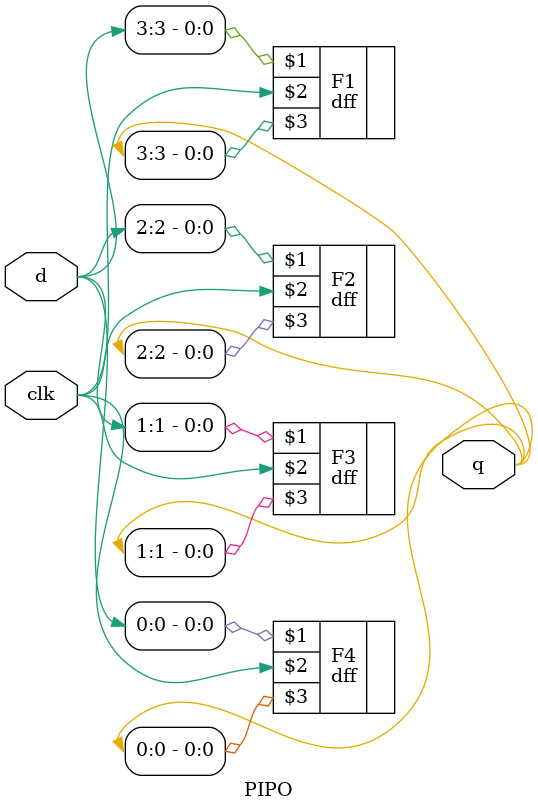
<source format=v>
`timescale 1ns / 1ps


module PIPO(d,clk,q);

    input clk;
    input [3:0] d;
    output [3:0] q;
    
    dff F1(d[3], clk, q[3]);
    dff F2(d[2], clk, q[2]);
    dff F3(d[1], clk, q[1]);
    dff F4(d[0], clk, q[0]);
    
endmodule

</source>
